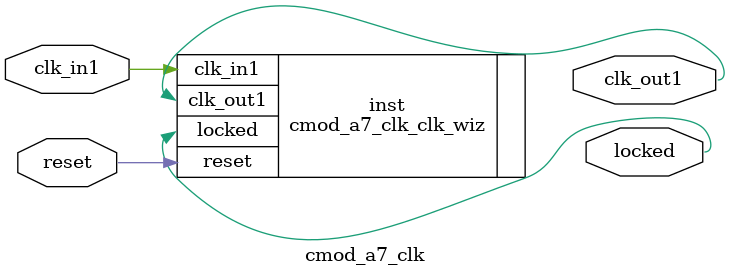
<source format=v>


`timescale 1ps/1ps

(* CORE_GENERATION_INFO = "cmod_a7_clk,clk_wiz_v6_0_4_0_0,{component_name=cmod_a7_clk,use_phase_alignment=true,use_min_o_jitter=false,use_max_i_jitter=false,use_dyn_phase_shift=false,use_inclk_switchover=false,use_dyn_reconfig=false,enable_axi=0,feedback_source=FDBK_AUTO,PRIMITIVE=MMCM,num_out_clk=1,clkin1_period=83.333,clkin2_period=10.0,use_power_down=false,use_reset=true,use_locked=true,use_inclk_stopped=false,feedback_type=SINGLE,CLOCK_MGR_TYPE=NA,manual_override=false}" *)

module cmod_a7_clk 
 (
  // Clock out ports
  output        clk_out1,
  // Status and control signals
  input         reset,
  output        locked,
 // Clock in ports
  input         clk_in1
 );

  cmod_a7_clk_clk_wiz inst
  (
  // Clock out ports  
  .clk_out1(clk_out1),
  // Status and control signals               
  .reset(reset), 
  .locked(locked),
 // Clock in ports
  .clk_in1(clk_in1)
  );

endmodule

</source>
